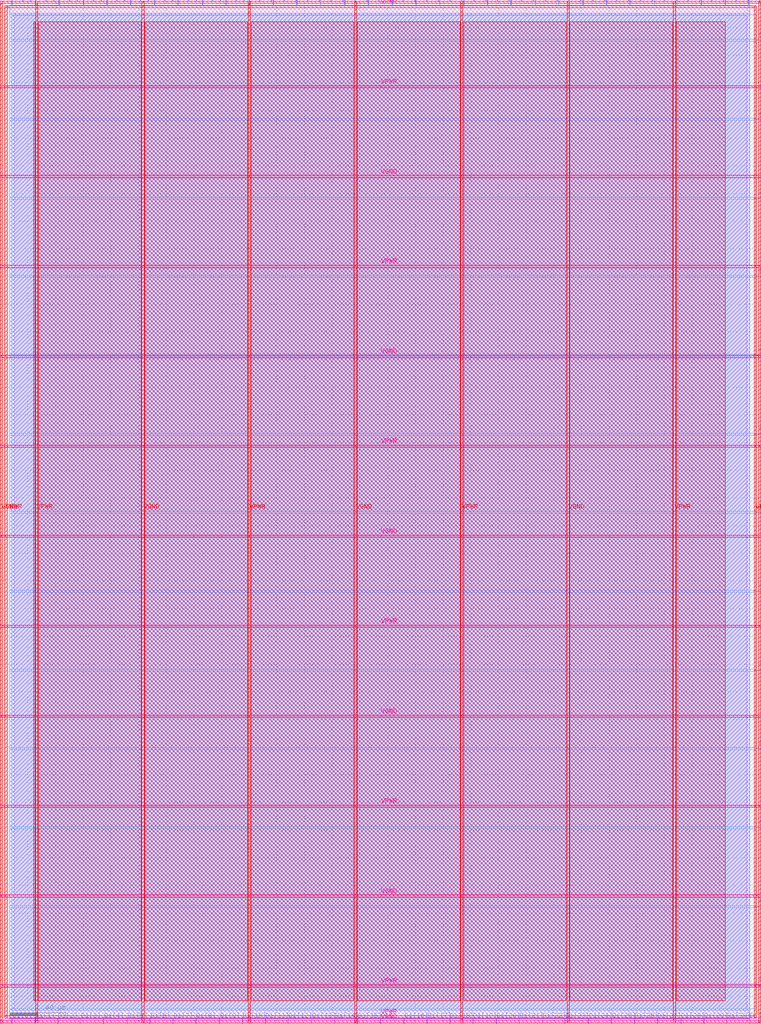
<source format=lef>
VERSION 5.7 ;
  NOWIREEXTENSIONATPIN ON ;
  DIVIDERCHAR "/" ;
  BUSBITCHARS "[]" ;
MACRO DFFRAM
  CLASS BLOCK ;
  FOREIGN DFFRAM ;
  ORIGIN 0.000 0.000 ;
  SIZE 550.000 BY 740.000 ;
  PIN A[0]
    DIRECTION INPUT ;
    USE SIGNAL ;
    PORT
      LAYER met3 ;
        RECT 546.000 27.920 550.000 28.520 ;
    END
  END A[0]
  PIN A[1]
    DIRECTION INPUT ;
    USE SIGNAL ;
    PORT
      LAYER met3 ;
        RECT 546.000 84.360 550.000 84.960 ;
    END
  END A[1]
  PIN A[2]
    DIRECTION INPUT ;
    USE SIGNAL ;
    PORT
      LAYER met3 ;
        RECT 546.000 141.480 550.000 142.080 ;
    END
  END A[2]
  PIN A[3]
    DIRECTION INPUT ;
    USE SIGNAL ;
    PORT
      LAYER met3 ;
        RECT 546.000 198.600 550.000 199.200 ;
    END
  END A[3]
  PIN A[4]
    DIRECTION INPUT ;
    USE SIGNAL ;
    PORT
      LAYER met3 ;
        RECT 546.000 255.040 550.000 255.640 ;
    END
  END A[4]
  PIN A[5]
    DIRECTION INPUT ;
    USE SIGNAL ;
    PORT
      LAYER met3 ;
        RECT 546.000 312.160 550.000 312.760 ;
    END
  END A[5]
  PIN A[6]
    DIRECTION INPUT ;
    USE SIGNAL ;
    PORT
      LAYER met3 ;
        RECT 546.000 369.280 550.000 369.880 ;
    END
  END A[6]
  PIN A[7]
    DIRECTION INPUT ;
    USE SIGNAL ;
    PORT
      LAYER met3 ;
        RECT 546.000 425.720 550.000 426.320 ;
    END
  END A[7]
  PIN CLK
    DIRECTION INPUT ;
    USE SIGNAL ;
    PORT
      LAYER met2 ;
        RECT 274.710 0.000 274.990 4.000 ;
    END
  END CLK
  PIN Di[0]
    DIRECTION INPUT ;
    USE SIGNAL ;
    PORT
      LAYER met2 ;
        RECT 8.370 0.000 8.650 4.000 ;
    END
  END Di[0]
  PIN Di[10]
    DIRECTION INPUT ;
    USE SIGNAL ;
    PORT
      LAYER met2 ;
        RECT 174.890 0.000 175.170 4.000 ;
    END
  END Di[10]
  PIN Di[11]
    DIRECTION INPUT ;
    USE SIGNAL ;
    PORT
      LAYER met2 ;
        RECT 191.450 0.000 191.730 4.000 ;
    END
  END Di[11]
  PIN Di[12]
    DIRECTION INPUT ;
    USE SIGNAL ;
    PORT
      LAYER met2 ;
        RECT 208.010 0.000 208.290 4.000 ;
    END
  END Di[12]
  PIN Di[13]
    DIRECTION INPUT ;
    USE SIGNAL ;
    PORT
      LAYER met2 ;
        RECT 225.030 0.000 225.310 4.000 ;
    END
  END Di[13]
  PIN Di[14]
    DIRECTION INPUT ;
    USE SIGNAL ;
    PORT
      LAYER met2 ;
        RECT 241.590 0.000 241.870 4.000 ;
    END
  END Di[14]
  PIN Di[15]
    DIRECTION INPUT ;
    USE SIGNAL ;
    PORT
      LAYER met2 ;
        RECT 258.150 0.000 258.430 4.000 ;
    END
  END Di[15]
  PIN Di[16]
    DIRECTION INPUT ;
    USE SIGNAL ;
    PORT
      LAYER met2 ;
        RECT 291.730 0.000 292.010 4.000 ;
    END
  END Di[16]
  PIN Di[17]
    DIRECTION INPUT ;
    USE SIGNAL ;
    PORT
      LAYER met2 ;
        RECT 308.290 0.000 308.570 4.000 ;
    END
  END Di[17]
  PIN Di[18]
    DIRECTION INPUT ;
    USE SIGNAL ;
    PORT
      LAYER met2 ;
        RECT 324.850 0.000 325.130 4.000 ;
    END
  END Di[18]
  PIN Di[19]
    DIRECTION INPUT ;
    USE SIGNAL ;
    PORT
      LAYER met2 ;
        RECT 341.410 0.000 341.690 4.000 ;
    END
  END Di[19]
  PIN Di[1]
    DIRECTION INPUT ;
    USE SIGNAL ;
    PORT
      LAYER met2 ;
        RECT 24.930 0.000 25.210 4.000 ;
    END
  END Di[1]
  PIN Di[20]
    DIRECTION INPUT ;
    USE SIGNAL ;
    PORT
      LAYER met2 ;
        RECT 358.430 0.000 358.710 4.000 ;
    END
  END Di[20]
  PIN Di[21]
    DIRECTION INPUT ;
    USE SIGNAL ;
    PORT
      LAYER met2 ;
        RECT 374.990 0.000 375.270 4.000 ;
    END
  END Di[21]
  PIN Di[22]
    DIRECTION INPUT ;
    USE SIGNAL ;
    PORT
      LAYER met2 ;
        RECT 391.550 0.000 391.830 4.000 ;
    END
  END Di[22]
  PIN Di[23]
    DIRECTION INPUT ;
    USE SIGNAL ;
    PORT
      LAYER met2 ;
        RECT 408.110 0.000 408.390 4.000 ;
    END
  END Di[23]
  PIN Di[24]
    DIRECTION INPUT ;
    USE SIGNAL ;
    PORT
      LAYER met2 ;
        RECT 425.130 0.000 425.410 4.000 ;
    END
  END Di[24]
  PIN Di[25]
    DIRECTION INPUT ;
    USE SIGNAL ;
    PORT
      LAYER met2 ;
        RECT 441.690 0.000 441.970 4.000 ;
    END
  END Di[25]
  PIN Di[26]
    DIRECTION INPUT ;
    USE SIGNAL ;
    PORT
      LAYER met2 ;
        RECT 458.250 0.000 458.530 4.000 ;
    END
  END Di[26]
  PIN Di[27]
    DIRECTION INPUT ;
    USE SIGNAL ;
    PORT
      LAYER met2 ;
        RECT 474.810 0.000 475.090 4.000 ;
    END
  END Di[27]
  PIN Di[28]
    DIRECTION INPUT ;
    USE SIGNAL ;
    PORT
      LAYER met2 ;
        RECT 491.830 0.000 492.110 4.000 ;
    END
  END Di[28]
  PIN Di[29]
    DIRECTION INPUT ;
    USE SIGNAL ;
    PORT
      LAYER met2 ;
        RECT 508.390 0.000 508.670 4.000 ;
    END
  END Di[29]
  PIN Di[2]
    DIRECTION INPUT ;
    USE SIGNAL ;
    PORT
      LAYER met2 ;
        RECT 41.490 0.000 41.770 4.000 ;
    END
  END Di[2]
  PIN Di[30]
    DIRECTION INPUT ;
    USE SIGNAL ;
    PORT
      LAYER met2 ;
        RECT 524.950 0.000 525.230 4.000 ;
    END
  END Di[30]
  PIN Di[31]
    DIRECTION INPUT ;
    USE SIGNAL ;
    PORT
      LAYER met2 ;
        RECT 541.510 0.000 541.790 4.000 ;
    END
  END Di[31]
  PIN Di[3]
    DIRECTION INPUT ;
    USE SIGNAL ;
    PORT
      LAYER met2 ;
        RECT 58.050 0.000 58.330 4.000 ;
    END
  END Di[3]
  PIN Di[4]
    DIRECTION INPUT ;
    USE SIGNAL ;
    PORT
      LAYER met2 ;
        RECT 74.610 0.000 74.890 4.000 ;
    END
  END Di[4]
  PIN Di[5]
    DIRECTION INPUT ;
    USE SIGNAL ;
    PORT
      LAYER met2 ;
        RECT 91.630 0.000 91.910 4.000 ;
    END
  END Di[5]
  PIN Di[6]
    DIRECTION INPUT ;
    USE SIGNAL ;
    PORT
      LAYER met2 ;
        RECT 108.190 0.000 108.470 4.000 ;
    END
  END Di[6]
  PIN Di[7]
    DIRECTION INPUT ;
    USE SIGNAL ;
    PORT
      LAYER met2 ;
        RECT 124.750 0.000 125.030 4.000 ;
    END
  END Di[7]
  PIN Di[8]
    DIRECTION INPUT ;
    USE SIGNAL ;
    PORT
      LAYER met2 ;
        RECT 141.310 0.000 141.590 4.000 ;
    END
  END Di[8]
  PIN Di[9]
    DIRECTION INPUT ;
    USE SIGNAL ;
    PORT
      LAYER met2 ;
        RECT 158.330 0.000 158.610 4.000 ;
    END
  END Di[9]
  PIN Do[0]
    DIRECTION OUTPUT TRISTATE ;
    USE SIGNAL ;
    PORT
      LAYER met2 ;
        RECT 8.370 736.000 8.650 740.000 ;
    END
  END Do[0]
  PIN Do[10]
    DIRECTION OUTPUT TRISTATE ;
    USE SIGNAL ;
    PORT
      LAYER met2 ;
        RECT 179.950 736.000 180.230 740.000 ;
    END
  END Do[10]
  PIN Do[11]
    DIRECTION OUTPUT TRISTATE ;
    USE SIGNAL ;
    PORT
      LAYER met2 ;
        RECT 197.430 736.000 197.710 740.000 ;
    END
  END Do[11]
  PIN Do[12]
    DIRECTION OUTPUT TRISTATE ;
    USE SIGNAL ;
    PORT
      LAYER met2 ;
        RECT 214.450 736.000 214.730 740.000 ;
    END
  END Do[12]
  PIN Do[13]
    DIRECTION OUTPUT TRISTATE ;
    USE SIGNAL ;
    PORT
      LAYER met2 ;
        RECT 231.470 736.000 231.750 740.000 ;
    END
  END Do[13]
  PIN Do[14]
    DIRECTION OUTPUT TRISTATE ;
    USE SIGNAL ;
    PORT
      LAYER met2 ;
        RECT 248.950 736.000 249.230 740.000 ;
    END
  END Do[14]
  PIN Do[15]
    DIRECTION OUTPUT TRISTATE ;
    USE SIGNAL ;
    PORT
      LAYER met2 ;
        RECT 265.970 736.000 266.250 740.000 ;
    END
  END Do[15]
  PIN Do[16]
    DIRECTION OUTPUT TRISTATE ;
    USE SIGNAL ;
    PORT
      LAYER met2 ;
        RECT 283.450 736.000 283.730 740.000 ;
    END
  END Do[16]
  PIN Do[17]
    DIRECTION OUTPUT TRISTATE ;
    USE SIGNAL ;
    PORT
      LAYER met2 ;
        RECT 300.470 736.000 300.750 740.000 ;
    END
  END Do[17]
  PIN Do[18]
    DIRECTION OUTPUT TRISTATE ;
    USE SIGNAL ;
    PORT
      LAYER met2 ;
        RECT 317.490 736.000 317.770 740.000 ;
    END
  END Do[18]
  PIN Do[19]
    DIRECTION OUTPUT TRISTATE ;
    USE SIGNAL ;
    PORT
      LAYER met2 ;
        RECT 334.970 736.000 335.250 740.000 ;
    END
  END Do[19]
  PIN Do[1]
    DIRECTION OUTPUT TRISTATE ;
    USE SIGNAL ;
    PORT
      LAYER met2 ;
        RECT 25.390 736.000 25.670 740.000 ;
    END
  END Do[1]
  PIN Do[20]
    DIRECTION OUTPUT TRISTATE ;
    USE SIGNAL ;
    PORT
      LAYER met2 ;
        RECT 351.990 736.000 352.270 740.000 ;
    END
  END Do[20]
  PIN Do[21]
    DIRECTION OUTPUT TRISTATE ;
    USE SIGNAL ;
    PORT
      LAYER met2 ;
        RECT 369.010 736.000 369.290 740.000 ;
    END
  END Do[21]
  PIN Do[22]
    DIRECTION OUTPUT TRISTATE ;
    USE SIGNAL ;
    PORT
      LAYER met2 ;
        RECT 386.490 736.000 386.770 740.000 ;
    END
  END Do[22]
  PIN Do[23]
    DIRECTION OUTPUT TRISTATE ;
    USE SIGNAL ;
    PORT
      LAYER met2 ;
        RECT 403.510 736.000 403.790 740.000 ;
    END
  END Do[23]
  PIN Do[24]
    DIRECTION OUTPUT TRISTATE ;
    USE SIGNAL ;
    PORT
      LAYER met2 ;
        RECT 420.990 736.000 421.270 740.000 ;
    END
  END Do[24]
  PIN Do[25]
    DIRECTION OUTPUT TRISTATE ;
    USE SIGNAL ;
    PORT
      LAYER met2 ;
        RECT 438.010 736.000 438.290 740.000 ;
    END
  END Do[25]
  PIN Do[26]
    DIRECTION OUTPUT TRISTATE ;
    USE SIGNAL ;
    PORT
      LAYER met2 ;
        RECT 455.030 736.000 455.310 740.000 ;
    END
  END Do[26]
  PIN Do[27]
    DIRECTION OUTPUT TRISTATE ;
    USE SIGNAL ;
    PORT
      LAYER met2 ;
        RECT 472.510 736.000 472.790 740.000 ;
    END
  END Do[27]
  PIN Do[28]
    DIRECTION OUTPUT TRISTATE ;
    USE SIGNAL ;
    PORT
      LAYER met2 ;
        RECT 489.530 736.000 489.810 740.000 ;
    END
  END Do[28]
  PIN Do[29]
    DIRECTION OUTPUT TRISTATE ;
    USE SIGNAL ;
    PORT
      LAYER met2 ;
        RECT 506.550 736.000 506.830 740.000 ;
    END
  END Do[29]
  PIN Do[2]
    DIRECTION OUTPUT TRISTATE ;
    USE SIGNAL ;
    PORT
      LAYER met2 ;
        RECT 42.410 736.000 42.690 740.000 ;
    END
  END Do[2]
  PIN Do[30]
    DIRECTION OUTPUT TRISTATE ;
    USE SIGNAL ;
    PORT
      LAYER met2 ;
        RECT 524.030 736.000 524.310 740.000 ;
    END
  END Do[30]
  PIN Do[31]
    DIRECTION OUTPUT TRISTATE ;
    USE SIGNAL ;
    PORT
      LAYER met2 ;
        RECT 541.050 736.000 541.330 740.000 ;
    END
  END Do[31]
  PIN Do[3]
    DIRECTION OUTPUT TRISTATE ;
    USE SIGNAL ;
    PORT
      LAYER met2 ;
        RECT 59.890 736.000 60.170 740.000 ;
    END
  END Do[3]
  PIN Do[4]
    DIRECTION OUTPUT TRISTATE ;
    USE SIGNAL ;
    PORT
      LAYER met2 ;
        RECT 76.910 736.000 77.190 740.000 ;
    END
  END Do[4]
  PIN Do[5]
    DIRECTION OUTPUT TRISTATE ;
    USE SIGNAL ;
    PORT
      LAYER met2 ;
        RECT 93.930 736.000 94.210 740.000 ;
    END
  END Do[5]
  PIN Do[6]
    DIRECTION OUTPUT TRISTATE ;
    USE SIGNAL ;
    PORT
      LAYER met2 ;
        RECT 111.410 736.000 111.690 740.000 ;
    END
  END Do[6]
  PIN Do[7]
    DIRECTION OUTPUT TRISTATE ;
    USE SIGNAL ;
    PORT
      LAYER met2 ;
        RECT 128.430 736.000 128.710 740.000 ;
    END
  END Do[7]
  PIN Do[8]
    DIRECTION OUTPUT TRISTATE ;
    USE SIGNAL ;
    PORT
      LAYER met2 ;
        RECT 145.910 736.000 146.190 740.000 ;
    END
  END Do[8]
  PIN Do[9]
    DIRECTION OUTPUT TRISTATE ;
    USE SIGNAL ;
    PORT
      LAYER met2 ;
        RECT 162.930 736.000 163.210 740.000 ;
    END
  END Do[9]
  PIN EN
    DIRECTION INPUT ;
    USE SIGNAL ;
    PORT
      LAYER met3 ;
        RECT 546.000 710.640 550.000 711.240 ;
    END
  END EN
  PIN VGND
    DIRECTION INPUT ;
    USE GROUND ;
    PORT
      LAYER met5 ;
        RECT 0.020 0.780 549.680 2.380 ;
    END
    PORT
      LAYER met5 ;
        RECT 0.020 91.490 549.680 93.090 ;
    END
    PORT
      LAYER met5 ;
        RECT 0.020 221.490 549.680 223.090 ;
    END
    PORT
      LAYER met5 ;
        RECT 0.020 351.490 549.680 353.090 ;
    END
    PORT
      LAYER met5 ;
        RECT 0.020 481.490 549.680 483.090 ;
    END
    PORT
      LAYER met5 ;
        RECT 0.020 611.490 549.680 613.090 ;
    END
    PORT
      LAYER met5 ;
        RECT 0.020 737.460 549.680 739.060 ;
    END
    PORT
      LAYER met4 ;
        RECT 0.020 0.780 1.620 739.060 ;
    END
    PORT
      LAYER met4 ;
        RECT 102.440 0.780 104.040 739.060 ;
    END
    PORT
      LAYER met4 ;
        RECT 256.040 0.780 257.640 739.060 ;
    END
    PORT
      LAYER met4 ;
        RECT 409.640 0.780 411.240 739.060 ;
    END
    PORT
      LAYER met4 ;
        RECT 548.080 0.780 549.680 739.060 ;
    END
  END VGND
  PIN VPWR
    DIRECTION INPUT ;
    USE POWER ;
    PORT
      LAYER met5 ;
        RECT 3.320 4.080 546.380 5.680 ;
    END
    PORT
      LAYER met5 ;
        RECT 0.020 26.490 549.680 28.090 ;
    END
    PORT
      LAYER met5 ;
        RECT 0.020 156.490 549.680 158.090 ;
    END
    PORT
      LAYER met5 ;
        RECT 0.020 286.490 549.680 288.090 ;
    END
    PORT
      LAYER met5 ;
        RECT 0.020 416.490 549.680 418.090 ;
    END
    PORT
      LAYER met5 ;
        RECT 0.020 546.490 549.680 548.090 ;
    END
    PORT
      LAYER met5 ;
        RECT 0.020 676.490 549.680 678.090 ;
    END
    PORT
      LAYER met5 ;
        RECT 3.320 734.160 546.380 735.760 ;
    END
    PORT
      LAYER met4 ;
        RECT 3.320 4.080 4.920 735.760 ;
    END
    PORT
      LAYER met4 ;
        RECT 544.780 4.080 546.380 735.760 ;
    END
    PORT
      LAYER met4 ;
        RECT 25.640 0.780 27.240 739.060 ;
    END
    PORT
      LAYER met4 ;
        RECT 179.240 0.780 180.840 739.060 ;
    END
    PORT
      LAYER met4 ;
        RECT 332.840 0.780 334.440 739.060 ;
    END
    PORT
      LAYER met4 ;
        RECT 486.440 0.780 488.040 739.060 ;
    END
  END VPWR
  PIN WE[0]
    DIRECTION INPUT ;
    USE SIGNAL ;
    PORT
      LAYER met3 ;
        RECT 546.000 482.840 550.000 483.440 ;
    END
  END WE[0]
  PIN WE[1]
    DIRECTION INPUT ;
    USE SIGNAL ;
    PORT
      LAYER met3 ;
        RECT 546.000 539.960 550.000 540.560 ;
    END
  END WE[1]
  PIN WE[2]
    DIRECTION INPUT ;
    USE SIGNAL ;
    PORT
      LAYER met3 ;
        RECT 546.000 596.400 550.000 597.000 ;
    END
  END WE[2]
  PIN WE[3]
    DIRECTION INPUT ;
    USE SIGNAL ;
    PORT
      LAYER met3 ;
        RECT 546.000 653.520 550.000 654.120 ;
    END
  END WE[3]
  OBS
      LAYER li1 ;
        RECT 10.120 10.795 539.580 729.045 ;
      LAYER met1 ;
        RECT 8.350 9.900 541.810 730.280 ;
      LAYER met2 ;
        RECT 6.990 735.720 8.090 736.170 ;
        RECT 8.930 735.720 25.110 736.170 ;
        RECT 25.950 735.720 42.130 736.170 ;
        RECT 42.970 735.720 59.610 736.170 ;
        RECT 60.450 735.720 76.630 736.170 ;
        RECT 77.470 735.720 93.650 736.170 ;
        RECT 94.490 735.720 111.130 736.170 ;
        RECT 111.970 735.720 128.150 736.170 ;
        RECT 128.990 735.720 145.630 736.170 ;
        RECT 146.470 735.720 162.650 736.170 ;
        RECT 163.490 735.720 179.670 736.170 ;
        RECT 180.510 735.720 197.150 736.170 ;
        RECT 197.990 735.720 214.170 736.170 ;
        RECT 215.010 735.720 231.190 736.170 ;
        RECT 232.030 735.720 248.670 736.170 ;
        RECT 249.510 735.720 265.690 736.170 ;
        RECT 266.530 735.720 283.170 736.170 ;
        RECT 284.010 735.720 300.190 736.170 ;
        RECT 301.030 735.720 317.210 736.170 ;
        RECT 318.050 735.720 334.690 736.170 ;
        RECT 335.530 735.720 351.710 736.170 ;
        RECT 352.550 735.720 368.730 736.170 ;
        RECT 369.570 735.720 386.210 736.170 ;
        RECT 387.050 735.720 403.230 736.170 ;
        RECT 404.070 735.720 420.710 736.170 ;
        RECT 421.550 735.720 437.730 736.170 ;
        RECT 438.570 735.720 454.750 736.170 ;
        RECT 455.590 735.720 472.230 736.170 ;
        RECT 473.070 735.720 489.250 736.170 ;
        RECT 490.090 735.720 506.270 736.170 ;
        RECT 507.110 735.720 523.750 736.170 ;
        RECT 524.590 735.720 540.770 736.170 ;
        RECT 541.610 735.720 541.780 736.170 ;
        RECT 6.990 4.280 541.780 735.720 ;
        RECT 6.990 3.670 8.090 4.280 ;
        RECT 8.930 3.670 24.650 4.280 ;
        RECT 25.490 3.670 41.210 4.280 ;
        RECT 42.050 3.670 57.770 4.280 ;
        RECT 58.610 3.670 74.330 4.280 ;
        RECT 75.170 3.670 91.350 4.280 ;
        RECT 92.190 3.670 107.910 4.280 ;
        RECT 108.750 3.670 124.470 4.280 ;
        RECT 125.310 3.670 141.030 4.280 ;
        RECT 141.870 3.670 158.050 4.280 ;
        RECT 158.890 3.670 174.610 4.280 ;
        RECT 175.450 3.670 191.170 4.280 ;
        RECT 192.010 3.670 207.730 4.280 ;
        RECT 208.570 3.670 224.750 4.280 ;
        RECT 225.590 3.670 241.310 4.280 ;
        RECT 242.150 3.670 257.870 4.280 ;
        RECT 258.710 3.670 274.430 4.280 ;
        RECT 275.270 3.670 291.450 4.280 ;
        RECT 292.290 3.670 308.010 4.280 ;
        RECT 308.850 3.670 324.570 4.280 ;
        RECT 325.410 3.670 341.130 4.280 ;
        RECT 341.970 3.670 358.150 4.280 ;
        RECT 358.990 3.670 374.710 4.280 ;
        RECT 375.550 3.670 391.270 4.280 ;
        RECT 392.110 3.670 407.830 4.280 ;
        RECT 408.670 3.670 424.850 4.280 ;
        RECT 425.690 3.670 441.410 4.280 ;
        RECT 442.250 3.670 457.970 4.280 ;
        RECT 458.810 3.670 474.530 4.280 ;
        RECT 475.370 3.670 491.550 4.280 ;
        RECT 492.390 3.670 508.110 4.280 ;
        RECT 508.950 3.670 524.670 4.280 ;
        RECT 525.510 3.670 541.230 4.280 ;
      LAYER met3 ;
        RECT 6.965 711.640 546.000 729.125 ;
        RECT 6.965 710.240 545.600 711.640 ;
        RECT 6.965 654.520 546.000 710.240 ;
        RECT 6.965 653.120 545.600 654.520 ;
        RECT 6.965 597.400 546.000 653.120 ;
        RECT 6.965 596.000 545.600 597.400 ;
        RECT 6.965 540.960 546.000 596.000 ;
        RECT 6.965 539.560 545.600 540.960 ;
        RECT 6.965 483.840 546.000 539.560 ;
        RECT 6.965 482.440 545.600 483.840 ;
        RECT 6.965 426.720 546.000 482.440 ;
        RECT 6.965 425.320 545.600 426.720 ;
        RECT 6.965 370.280 546.000 425.320 ;
        RECT 6.965 368.880 545.600 370.280 ;
        RECT 6.965 313.160 546.000 368.880 ;
        RECT 6.965 311.760 545.600 313.160 ;
        RECT 6.965 256.040 546.000 311.760 ;
        RECT 6.965 254.640 545.600 256.040 ;
        RECT 6.965 199.600 546.000 254.640 ;
        RECT 6.965 198.200 545.600 199.600 ;
        RECT 6.965 142.480 546.000 198.200 ;
        RECT 6.965 141.080 545.600 142.480 ;
        RECT 6.965 85.360 546.000 141.080 ;
        RECT 6.965 83.960 545.600 85.360 ;
        RECT 6.965 28.920 546.000 83.960 ;
        RECT 6.965 27.520 545.600 28.920 ;
        RECT 6.965 10.715 546.000 27.520 ;
      LAYER met4 ;
        RECT 24.215 16.495 25.240 724.025 ;
        RECT 27.640 16.495 102.040 724.025 ;
        RECT 104.440 16.495 178.840 724.025 ;
        RECT 181.240 16.495 255.640 724.025 ;
        RECT 258.040 16.495 332.440 724.025 ;
        RECT 334.840 16.495 409.240 724.025 ;
        RECT 411.640 16.495 486.040 724.025 ;
        RECT 488.440 16.495 524.105 724.025 ;
  END
END DFFRAM
END LIBRARY


</source>
